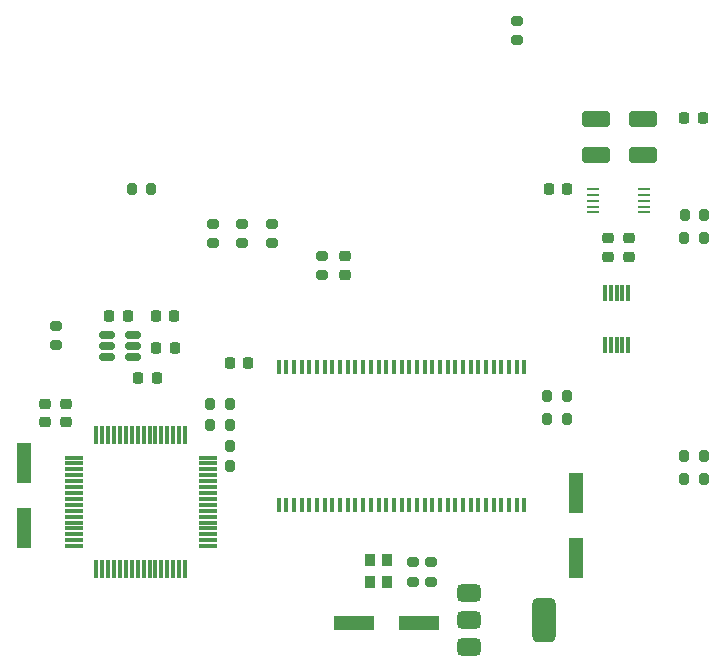
<source format=gbp>
G04 #@! TF.GenerationSoftware,KiCad,Pcbnew,7.0.10-7.0.10~ubuntu20.04.1*
G04 #@! TF.CreationDate,2024-05-01T22:25:19+02:00*
G04 #@! TF.ProjectId,endeavour,656e6465-6176-46f7-9572-2e6b69636164,rev?*
G04 #@! TF.SameCoordinates,Original*
G04 #@! TF.FileFunction,Paste,Bot*
G04 #@! TF.FilePolarity,Positive*
%FSLAX46Y46*%
G04 Gerber Fmt 4.6, Leading zero omitted, Abs format (unit mm)*
G04 Created by KiCad (PCBNEW 7.0.10-7.0.10~ubuntu20.04.1) date 2024-05-01 22:25:19*
%MOMM*%
%LPD*%
G01*
G04 APERTURE LIST*
G04 Aperture macros list*
%AMRoundRect*
0 Rectangle with rounded corners*
0 $1 Rounding radius*
0 $2 $3 $4 $5 $6 $7 $8 $9 X,Y pos of 4 corners*
0 Add a 4 corners polygon primitive as box body*
4,1,4,$2,$3,$4,$5,$6,$7,$8,$9,$2,$3,0*
0 Add four circle primitives for the rounded corners*
1,1,$1+$1,$2,$3*
1,1,$1+$1,$4,$5*
1,1,$1+$1,$6,$7*
1,1,$1+$1,$8,$9*
0 Add four rect primitives between the rounded corners*
20,1,$1+$1,$2,$3,$4,$5,0*
20,1,$1+$1,$4,$5,$6,$7,0*
20,1,$1+$1,$6,$7,$8,$9,0*
20,1,$1+$1,$8,$9,$2,$3,0*%
G04 Aperture macros list end*
%ADD10RoundRect,0.225000X-0.225000X-0.250000X0.225000X-0.250000X0.225000X0.250000X-0.225000X0.250000X0*%
%ADD11R,1.100000X0.250000*%
%ADD12R,0.300000X1.400000*%
%ADD13RoundRect,0.200000X-0.200000X-0.275000X0.200000X-0.275000X0.200000X0.275000X-0.200000X0.275000X0*%
%ADD14RoundRect,0.225000X0.250000X-0.225000X0.250000X0.225000X-0.250000X0.225000X-0.250000X-0.225000X0*%
%ADD15RoundRect,0.250000X0.925000X-0.412500X0.925000X0.412500X-0.925000X0.412500X-0.925000X-0.412500X0*%
%ADD16RoundRect,0.200000X0.200000X0.275000X-0.200000X0.275000X-0.200000X-0.275000X0.200000X-0.275000X0*%
%ADD17R,0.950000X1.050000*%
%ADD18R,0.400000X1.300000*%
%ADD19R,1.200000X3.500000*%
%ADD20R,3.500000X1.200000*%
%ADD21RoundRect,0.075000X-0.075000X0.700000X-0.075000X-0.700000X0.075000X-0.700000X0.075000X0.700000X0*%
%ADD22RoundRect,0.075000X-0.700000X0.075000X-0.700000X-0.075000X0.700000X-0.075000X0.700000X0.075000X0*%
%ADD23RoundRect,0.375000X-0.625000X-0.375000X0.625000X-0.375000X0.625000X0.375000X-0.625000X0.375000X0*%
%ADD24RoundRect,0.500000X-0.500000X-1.400000X0.500000X-1.400000X0.500000X1.400000X-0.500000X1.400000X0*%
%ADD25RoundRect,0.150000X-0.512500X-0.150000X0.512500X-0.150000X0.512500X0.150000X-0.512500X0.150000X0*%
%ADD26RoundRect,0.200000X0.275000X-0.200000X0.275000X0.200000X-0.275000X0.200000X-0.275000X-0.200000X0*%
%ADD27RoundRect,0.200000X-0.275000X0.200000X-0.275000X-0.200000X0.275000X-0.200000X0.275000X0.200000X0*%
%ADD28RoundRect,0.218750X-0.218750X-0.256250X0.218750X-0.256250X0.218750X0.256250X-0.218750X0.256250X0*%
%ADD29RoundRect,0.225000X0.225000X0.250000X-0.225000X0.250000X-0.225000X-0.250000X0.225000X-0.250000X0*%
G04 APERTURE END LIST*
D10*
X115600000Y-91250000D03*
X117150000Y-91250000D03*
D11*
X150700000Y-76500000D03*
X150700000Y-77000000D03*
X150700000Y-77500000D03*
X150700000Y-78000000D03*
X150700000Y-78500000D03*
X146400000Y-78500000D03*
X146400000Y-78000000D03*
X146400000Y-77500000D03*
X146400000Y-77000000D03*
X146400000Y-76500000D03*
D12*
X149350000Y-89750000D03*
X148850000Y-89750000D03*
X148350000Y-89750000D03*
X147850000Y-89750000D03*
X147350000Y-89750000D03*
X147350000Y-85350000D03*
X147850000Y-85350000D03*
X148350000Y-85350000D03*
X148850000Y-85350000D03*
X149350000Y-85350000D03*
D13*
X142500000Y-96000000D03*
X144150000Y-96000000D03*
X142500000Y-94000000D03*
X144150000Y-94000000D03*
D10*
X142600000Y-76500000D03*
X144150000Y-76500000D03*
D14*
X147650000Y-82250000D03*
X147650000Y-80700000D03*
X149400000Y-82250000D03*
X149400000Y-80700000D03*
D10*
X154100000Y-70500000D03*
X155650000Y-70500000D03*
D15*
X146650000Y-70575000D03*
X146650000Y-73650000D03*
X150550000Y-73650000D03*
X150550000Y-70575000D03*
D16*
X115650000Y-100000000D03*
X115650000Y-98250000D03*
D17*
X128900000Y-109750000D03*
X128900000Y-107900000D03*
X127450000Y-107900000D03*
X127450000Y-109750000D03*
D18*
X119750000Y-91550000D03*
X120400000Y-91550000D03*
X121050000Y-91550000D03*
X121700000Y-91550000D03*
X122350000Y-91550000D03*
X123000000Y-91550000D03*
X123650000Y-91550000D03*
X124300000Y-91550000D03*
X124950000Y-91550000D03*
X125600000Y-91550000D03*
X126250000Y-91550000D03*
X126900000Y-91550000D03*
X127550000Y-91550000D03*
X128200000Y-91550000D03*
X128850000Y-91550000D03*
X129500000Y-91550000D03*
X130150000Y-91550000D03*
X130800000Y-91550000D03*
X131450000Y-91550000D03*
X132100000Y-91550000D03*
X132750000Y-91550000D03*
X133400000Y-91550000D03*
X134050000Y-91550000D03*
X134700000Y-91550000D03*
X135350000Y-91550000D03*
X136000000Y-91550000D03*
X136650000Y-91550000D03*
X137300000Y-91550000D03*
X137950000Y-91550000D03*
X138600000Y-91550000D03*
X139250000Y-91550000D03*
X139900000Y-91550000D03*
X140550000Y-91550000D03*
X140550000Y-103250000D03*
X139900000Y-103250000D03*
X139250000Y-103250000D03*
X138600000Y-103250000D03*
X137950000Y-103250000D03*
X137300000Y-103250000D03*
X136650000Y-103250000D03*
X136000000Y-103250000D03*
X135350000Y-103250000D03*
X134700000Y-103250000D03*
X134050000Y-103250000D03*
X133400000Y-103250000D03*
X132750000Y-103250000D03*
X132100000Y-103250000D03*
X131450000Y-103250000D03*
X130800000Y-103250000D03*
X130150000Y-103250000D03*
X129500000Y-103250000D03*
X128850000Y-103250000D03*
X128200000Y-103250000D03*
X127550000Y-103250000D03*
X126900000Y-103250000D03*
X126250000Y-103250000D03*
X125600000Y-103250000D03*
X124950000Y-103250000D03*
X124300000Y-103250000D03*
X123650000Y-103250000D03*
X123000000Y-103250000D03*
X122350000Y-103250000D03*
X121700000Y-103250000D03*
X121050000Y-103250000D03*
X120400000Y-103250000D03*
X119750000Y-103250000D03*
D19*
X144900000Y-107750000D03*
X144900000Y-102250000D03*
X98216118Y-99750000D03*
X98216118Y-105250000D03*
D20*
X126150000Y-113250000D03*
X131650000Y-113250000D03*
D16*
X115616118Y-96500000D03*
X113966118Y-96500000D03*
D21*
X104316118Y-97325000D03*
X104816118Y-97325000D03*
X105316118Y-97325000D03*
X105816118Y-97325000D03*
X106316118Y-97325000D03*
X106816118Y-97325000D03*
X107316118Y-97325000D03*
X107816118Y-97325000D03*
X108316118Y-97325000D03*
X108816118Y-97325000D03*
X109316118Y-97325000D03*
X109816118Y-97325000D03*
X110316118Y-97325000D03*
X110816118Y-97325000D03*
X111316118Y-97325000D03*
X111816118Y-97325000D03*
D22*
X113741118Y-99250000D03*
X113741118Y-99750000D03*
X113741118Y-100250000D03*
X113741118Y-100750000D03*
X113741118Y-101250000D03*
X113741118Y-101750000D03*
X113741118Y-102250000D03*
X113741118Y-102750000D03*
X113741118Y-103250000D03*
X113741118Y-103750000D03*
X113741118Y-104250000D03*
X113741118Y-104750000D03*
X113741118Y-105250000D03*
X113741118Y-105750000D03*
X113741118Y-106250000D03*
X113741118Y-106750000D03*
D21*
X111816118Y-108675000D03*
X111316118Y-108675000D03*
X110816118Y-108675000D03*
X110316118Y-108675000D03*
X109816118Y-108675000D03*
X109316118Y-108675000D03*
X108816118Y-108675000D03*
X108316118Y-108675000D03*
X107816118Y-108675000D03*
X107316118Y-108675000D03*
X106816118Y-108675000D03*
X106316118Y-108675000D03*
X105816118Y-108675000D03*
X105316118Y-108675000D03*
X104816118Y-108675000D03*
X104316118Y-108675000D03*
D22*
X102391118Y-106750000D03*
X102391118Y-106250000D03*
X102391118Y-105750000D03*
X102391118Y-105250000D03*
X102391118Y-104750000D03*
X102391118Y-104250000D03*
X102391118Y-103750000D03*
X102391118Y-103250000D03*
X102391118Y-102750000D03*
X102391118Y-102250000D03*
X102391118Y-101750000D03*
X102391118Y-101250000D03*
X102391118Y-100750000D03*
X102391118Y-100250000D03*
X102391118Y-99750000D03*
X102391118Y-99250000D03*
D23*
X135900000Y-110700000D03*
D24*
X142200000Y-113000000D03*
D23*
X135900000Y-113000000D03*
X135900000Y-115300000D03*
D25*
X107450000Y-90750000D03*
X107450000Y-89800000D03*
X107450000Y-88850000D03*
X105175000Y-88850000D03*
X105175000Y-89800000D03*
X105175000Y-90750000D03*
D26*
X139900000Y-62250000D03*
X139900000Y-63900000D03*
D16*
X113966118Y-94750000D03*
X115616118Y-94750000D03*
D13*
X108975000Y-76500000D03*
X107325000Y-76500000D03*
D26*
X132650000Y-108100000D03*
X132650000Y-109750000D03*
X131100000Y-108100000D03*
X131100000Y-109750000D03*
D27*
X100900000Y-89750000D03*
X100900000Y-88100000D03*
D13*
X155775000Y-78700000D03*
X154125000Y-78700000D03*
X154100000Y-99100000D03*
X155750000Y-99100000D03*
X155725000Y-80700000D03*
X154075000Y-80700000D03*
X154075000Y-101100000D03*
X155725000Y-101100000D03*
D27*
X119150000Y-79450000D03*
X119150000Y-81100000D03*
X116650000Y-79450000D03*
X116650000Y-81100000D03*
X114150000Y-81100000D03*
X114150000Y-79450000D03*
X123400000Y-83825000D03*
X123400000Y-82175000D03*
D28*
X110962500Y-90000000D03*
X109387500Y-90000000D03*
D14*
X125400000Y-82225000D03*
X125400000Y-83775000D03*
D29*
X109350000Y-87250000D03*
X110900000Y-87250000D03*
X107875000Y-92500000D03*
X109425000Y-92500000D03*
D10*
X106950000Y-87250000D03*
X105400000Y-87250000D03*
D14*
X101716118Y-94700000D03*
X101716118Y-96250000D03*
X99966118Y-94700000D03*
X99966118Y-96250000D03*
M02*

</source>
